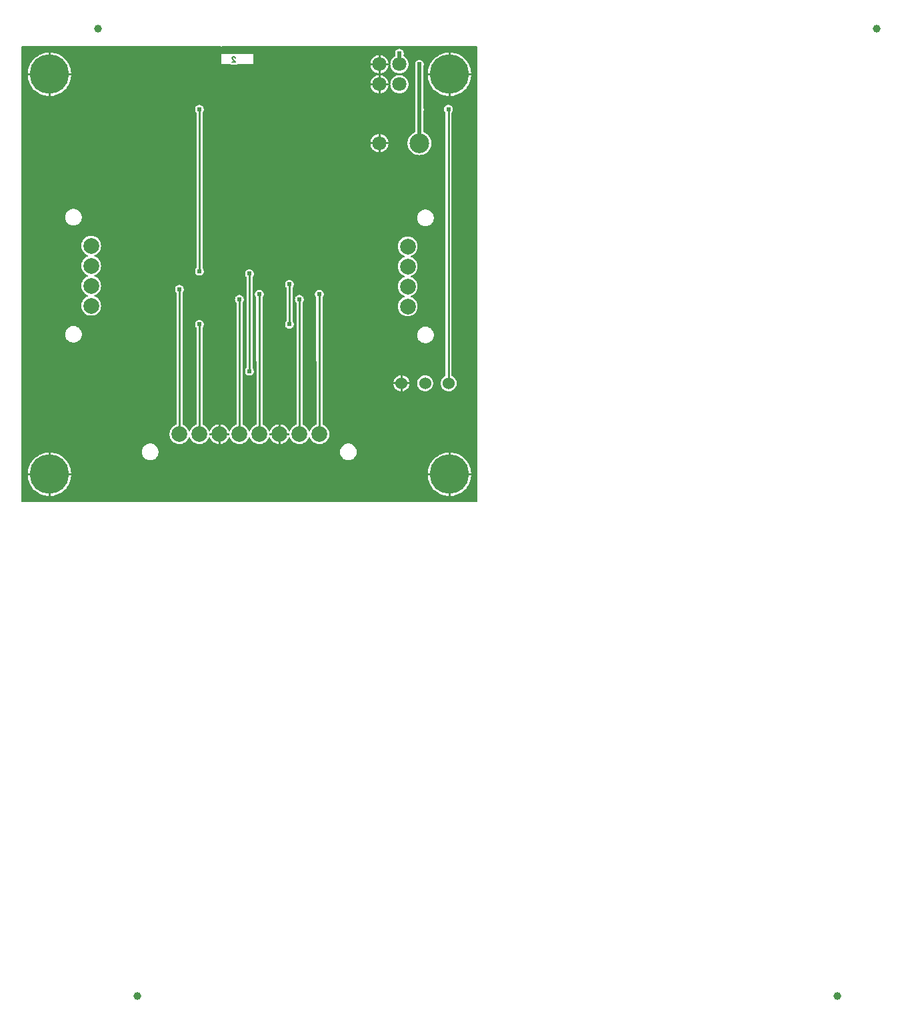
<source format=gbl>
G04 Layer: BottomLayer*
G04 Panelize: V-CUT, Column: 2, Row: 2, Board Size: 58.42mm x 58.42mm, Panelized Board Size: 118.84mm x 118.84mm*
G04 EasyEDA v6.5.34, 2023-09-29 09:21:01*
G04 773f863c4d044161bb83cbac7a5785c2,5a6b42c53f6a479593ecc07194224c93,10*
G04 Gerber Generator version 0.2*
G04 Scale: 100 percent, Rotated: No, Reflected: No *
G04 Dimensions in millimeters *
G04 leading zeros omitted , absolute positions ,4 integer and 5 decimal *
%FSLAX45Y45*%
%MOMM*%

%ADD10C,0.1524*%
%ADD11C,0.2540*%
%ADD12C,0.5000*%
%ADD13C,1.0000*%
%ADD14C,5.0000*%
%ADD15C,1.8000*%
%ADD16C,2.0000*%
%ADD17C,2.5000*%
%ADD18C,1.5240*%
%ADD19C,0.6096*%
%ADD20C,0.0139*%

%LPD*%
G36*
X5805932Y25908D02*
G01*
X36068Y26416D01*
X32156Y27178D01*
X28905Y29413D01*
X26670Y32664D01*
X25908Y36576D01*
X25908Y5805932D01*
X26670Y5809843D01*
X28905Y5813094D01*
X32156Y5815330D01*
X36068Y5816092D01*
X2555240Y5816092D01*
X2559151Y5815330D01*
X2562402Y5813094D01*
X2564638Y5809843D01*
X2565400Y5805932D01*
X2566162Y5809843D01*
X2568397Y5813094D01*
X2571648Y5815330D01*
X2575560Y5816092D01*
X5805932Y5816092D01*
X5809843Y5815330D01*
X5813094Y5813094D01*
X5815330Y5809843D01*
X5816092Y5805932D01*
X5816092Y36068D01*
X5815330Y32207D01*
X5813094Y28905D01*
X5809843Y26670D01*
G37*

%LPC*%
G36*
X2921000Y1632762D02*
G01*
X2930804Y1633626D01*
X2940253Y1636166D01*
X2949194Y1640281D01*
X2957220Y1645920D01*
X2964180Y1652879D01*
X2969818Y1660906D01*
X2973933Y1669846D01*
X2976473Y1679295D01*
X2977337Y1689100D01*
X2976473Y1698904D01*
X2973933Y1708353D01*
X2969818Y1717293D01*
X2964180Y1725320D01*
X2962605Y1726895D01*
X2960370Y1730197D01*
X2959608Y1734108D01*
X2959608Y2883103D01*
X2960370Y2887014D01*
X2962605Y2890316D01*
X2964180Y2891891D01*
X2969818Y2899918D01*
X2973933Y2908808D01*
X2976473Y2918307D01*
X2977337Y2928112D01*
X2976473Y2937865D01*
X2973933Y2947365D01*
X2969818Y2956255D01*
X2964180Y2964332D01*
X2957220Y2971241D01*
X2949194Y2976880D01*
X2940253Y2981045D01*
X2930804Y2983585D01*
X2921000Y2984449D01*
X2911195Y2983585D01*
X2901746Y2981045D01*
X2892806Y2976880D01*
X2884779Y2971241D01*
X2877820Y2964332D01*
X2872181Y2956255D01*
X2868066Y2947365D01*
X2865526Y2937865D01*
X2864662Y2928112D01*
X2865526Y2918307D01*
X2868066Y2908808D01*
X2872181Y2899918D01*
X2877820Y2891891D01*
X2879394Y2890316D01*
X2881630Y2887014D01*
X2882392Y2883103D01*
X2882392Y1734108D01*
X2881630Y1730197D01*
X2879394Y1726895D01*
X2877820Y1725320D01*
X2872181Y1717293D01*
X2868066Y1708353D01*
X2865526Y1698904D01*
X2864662Y1689100D01*
X2865526Y1679295D01*
X2868066Y1669846D01*
X2872181Y1660906D01*
X2877820Y1652879D01*
X2884779Y1645920D01*
X2892806Y1640281D01*
X2901746Y1636166D01*
X2911195Y1633626D01*
G37*
G36*
X393700Y105562D02*
G01*
X398322Y105664D01*
X421284Y108051D01*
X443992Y112369D01*
X466242Y118618D01*
X487934Y126644D01*
X508812Y136499D01*
X528828Y148031D01*
X547827Y161239D01*
X565607Y175971D01*
X582117Y192125D01*
X597204Y209600D01*
X610819Y228295D01*
X622757Y248107D01*
X633018Y268782D01*
X641553Y290271D01*
X648208Y312369D01*
X653034Y334975D01*
X655929Y357936D01*
X656336Y368300D01*
X393700Y368300D01*
G37*
G36*
X5448300Y105613D02*
G01*
X5448300Y368300D01*
X5185410Y368300D01*
X5187289Y346405D01*
X5191150Y323646D01*
X5196890Y301244D01*
X5204460Y279450D01*
X5213858Y258317D01*
X5224983Y238099D01*
X5237784Y218846D01*
X5252161Y200710D01*
X5267960Y183896D01*
X5285130Y168402D01*
X5303520Y154432D01*
X5323027Y142087D01*
X5343499Y131368D01*
X5364835Y122428D01*
X5386781Y115265D01*
X5409285Y109982D01*
X5432145Y106629D01*
G37*
G36*
X368300Y105613D02*
G01*
X368300Y368300D01*
X105410Y368300D01*
X107289Y346405D01*
X111150Y323646D01*
X116890Y301244D01*
X124460Y279450D01*
X133858Y258317D01*
X144983Y238099D01*
X157784Y218846D01*
X172161Y200710D01*
X187960Y183896D01*
X205130Y168402D01*
X223520Y154432D01*
X243027Y142087D01*
X263499Y131368D01*
X284835Y122428D01*
X306781Y115265D01*
X329285Y109982D01*
X352145Y106629D01*
G37*
G36*
X393700Y393700D02*
G01*
X656336Y393700D01*
X655929Y404063D01*
X653034Y427024D01*
X648208Y449630D01*
X641553Y471728D01*
X633018Y493217D01*
X622757Y513892D01*
X610819Y533704D01*
X597204Y552348D01*
X582117Y569874D01*
X565607Y586028D01*
X547827Y600760D01*
X528828Y613968D01*
X508812Y625500D01*
X487934Y635355D01*
X466242Y643382D01*
X443992Y649630D01*
X421284Y653948D01*
X398322Y656336D01*
X393700Y656437D01*
G37*
G36*
X5473700Y393700D02*
G01*
X5736336Y393700D01*
X5735929Y404063D01*
X5733034Y427024D01*
X5728208Y449630D01*
X5721553Y471728D01*
X5713018Y493217D01*
X5702757Y513892D01*
X5690819Y533704D01*
X5677204Y552348D01*
X5662117Y569874D01*
X5645607Y586028D01*
X5627827Y600760D01*
X5608828Y613968D01*
X5588812Y625500D01*
X5567934Y635355D01*
X5546242Y643382D01*
X5523992Y649630D01*
X5501284Y653948D01*
X5478322Y656336D01*
X5473700Y656437D01*
G37*
G36*
X5185410Y393700D02*
G01*
X5448300Y393700D01*
X5448300Y656386D01*
X5432145Y655370D01*
X5409285Y652018D01*
X5386781Y646734D01*
X5364835Y639572D01*
X5343499Y630631D01*
X5323027Y619912D01*
X5303520Y607568D01*
X5285130Y593598D01*
X5267960Y578104D01*
X5252161Y561289D01*
X5237784Y543153D01*
X5224983Y523900D01*
X5213858Y503682D01*
X5204460Y482549D01*
X5196890Y460756D01*
X5191150Y438353D01*
X5187289Y415594D01*
G37*
G36*
X105410Y393700D02*
G01*
X368300Y393700D01*
X368300Y656386D01*
X352145Y655370D01*
X329285Y652018D01*
X306781Y646734D01*
X284835Y639572D01*
X263499Y630631D01*
X243027Y619912D01*
X223520Y607568D01*
X205130Y593598D01*
X187960Y578104D01*
X172161Y561289D01*
X157784Y543153D01*
X144983Y523900D01*
X133858Y503682D01*
X124460Y482549D01*
X116890Y460756D01*
X111150Y438353D01*
X107289Y415594D01*
G37*
G36*
X1660398Y558139D02*
G01*
X1674215Y559003D01*
X1687779Y561746D01*
X1700936Y566166D01*
X1713331Y572312D01*
X1724863Y579983D01*
X1735277Y589127D01*
X1744421Y599541D01*
X1752092Y611073D01*
X1758238Y623468D01*
X1762658Y636625D01*
X1765401Y650189D01*
X1766265Y664006D01*
X1765401Y677824D01*
X1762658Y691388D01*
X1758238Y704545D01*
X1752092Y716940D01*
X1744421Y728472D01*
X1735277Y738886D01*
X1724863Y748030D01*
X1713331Y755700D01*
X1700936Y761847D01*
X1687779Y766267D01*
X1674215Y769010D01*
X1660398Y769874D01*
X1646580Y769010D01*
X1633016Y766267D01*
X1619859Y761847D01*
X1607464Y755700D01*
X1595932Y748030D01*
X1585518Y738886D01*
X1576374Y728472D01*
X1568704Y716940D01*
X1562557Y704545D01*
X1558137Y691388D01*
X1555394Y677824D01*
X1554530Y664006D01*
X1555394Y650189D01*
X1558137Y636625D01*
X1562557Y623468D01*
X1568704Y611073D01*
X1576374Y599541D01*
X1585518Y589127D01*
X1595932Y579983D01*
X1607464Y572312D01*
X1619859Y566166D01*
X1633016Y561746D01*
X1646580Y559003D01*
G37*
G36*
X4176420Y558139D02*
G01*
X4190237Y559003D01*
X4203801Y561746D01*
X4216908Y566166D01*
X4229354Y572312D01*
X4240834Y579983D01*
X4251248Y589127D01*
X4260392Y599541D01*
X4268114Y611073D01*
X4274210Y623468D01*
X4278680Y636625D01*
X4281373Y650189D01*
X4282287Y664006D01*
X4281373Y677824D01*
X4278680Y691388D01*
X4274210Y704545D01*
X4268114Y716940D01*
X4260392Y728472D01*
X4251248Y738886D01*
X4240834Y748030D01*
X4229354Y755700D01*
X4216908Y761847D01*
X4203801Y766267D01*
X4190237Y769010D01*
X4176420Y769874D01*
X4162551Y769010D01*
X4148988Y766267D01*
X4135882Y761847D01*
X4123436Y755700D01*
X4111955Y748030D01*
X4101541Y738886D01*
X4092397Y728472D01*
X4084675Y716940D01*
X4078579Y704545D01*
X4074109Y691388D01*
X4071416Y677824D01*
X4070502Y664006D01*
X4071416Y650189D01*
X4074109Y636625D01*
X4078579Y623468D01*
X4084675Y611073D01*
X4092397Y599541D01*
X4101541Y589127D01*
X4111955Y579983D01*
X4123436Y572312D01*
X4135882Y566166D01*
X4148988Y561746D01*
X4162551Y559003D01*
G37*
G36*
X3556000Y763117D02*
G01*
X3571189Y764032D01*
X3586124Y766775D01*
X3600653Y771296D01*
X3614521Y777544D01*
X3627526Y785418D01*
X3639464Y794766D01*
X3650234Y805535D01*
X3659581Y817473D01*
X3667455Y830478D01*
X3673754Y844397D01*
X3675938Y847598D01*
X3679190Y849680D01*
X3683000Y850392D01*
X3686810Y849680D01*
X3690061Y847598D01*
X3692245Y844397D01*
X3698544Y830478D01*
X3706418Y817473D01*
X3715765Y805535D01*
X3726535Y794766D01*
X3738473Y785418D01*
X3751478Y777544D01*
X3765346Y771296D01*
X3779875Y766775D01*
X3794810Y764032D01*
X3810000Y763117D01*
X3825189Y764032D01*
X3840124Y766775D01*
X3854653Y771296D01*
X3868521Y777544D01*
X3881526Y785418D01*
X3893464Y794766D01*
X3904234Y805535D01*
X3913581Y817473D01*
X3921455Y830478D01*
X3927703Y844346D01*
X3932224Y858875D01*
X3934968Y873810D01*
X3935882Y889000D01*
X3934968Y904189D01*
X3932224Y919124D01*
X3927703Y933653D01*
X3921455Y947521D01*
X3913581Y960526D01*
X3904234Y972464D01*
X3893464Y983234D01*
X3881526Y992581D01*
X3868521Y1000455D01*
X3854500Y1006754D01*
X3851351Y1008989D01*
X3849268Y1012240D01*
X3848506Y1016000D01*
X3847541Y2623159D01*
X3848303Y2627020D01*
X3850487Y2630322D01*
X3852062Y2631897D01*
X3857701Y2639923D01*
X3861866Y2648813D01*
X3864406Y2658313D01*
X3865219Y2668117D01*
X3864406Y2677871D01*
X3861866Y2687370D01*
X3857701Y2696260D01*
X3852062Y2704338D01*
X3845102Y2711297D01*
X3837076Y2716885D01*
X3828186Y2721051D01*
X3818686Y2723591D01*
X3808882Y2724454D01*
X3799128Y2723591D01*
X3789629Y2721051D01*
X3780739Y2716885D01*
X3772662Y2711297D01*
X3765753Y2704338D01*
X3760114Y2696260D01*
X3755948Y2687370D01*
X3753408Y2677871D01*
X3752545Y2668117D01*
X3753408Y2658313D01*
X3755948Y2648813D01*
X3760114Y2639923D01*
X3765753Y2631897D01*
X3767328Y2630271D01*
X3769563Y2626969D01*
X3770325Y2623108D01*
X3771290Y1015949D01*
X3770579Y1012190D01*
X3768496Y1008938D01*
X3765346Y1006703D01*
X3751478Y1000455D01*
X3738473Y992581D01*
X3726535Y983234D01*
X3715765Y972464D01*
X3706418Y960526D01*
X3698544Y947521D01*
X3692245Y933602D01*
X3690061Y930402D01*
X3686810Y928319D01*
X3683000Y927608D01*
X3679190Y928319D01*
X3675938Y930402D01*
X3673754Y933602D01*
X3667455Y947521D01*
X3659581Y960526D01*
X3650234Y972464D01*
X3639464Y983234D01*
X3627526Y992581D01*
X3614521Y1000455D01*
X3600551Y1006754D01*
X3597401Y1008989D01*
X3595319Y1012190D01*
X3594557Y1016000D01*
X3594201Y2558135D01*
X3595014Y2561996D01*
X3597198Y2565298D01*
X3598773Y2566873D01*
X3604412Y2574950D01*
X3608578Y2583840D01*
X3611118Y2593340D01*
X3611930Y2603093D01*
X3611118Y2612898D01*
X3608578Y2622397D01*
X3604412Y2631287D01*
X3598773Y2639314D01*
X3591814Y2646273D01*
X3583787Y2651912D01*
X3574897Y2656078D01*
X3565398Y2658618D01*
X3555593Y2659481D01*
X3545840Y2658618D01*
X3536340Y2656078D01*
X3527450Y2651912D01*
X3519373Y2646273D01*
X3512413Y2639314D01*
X3506825Y2631287D01*
X3502660Y2622397D01*
X3500120Y2612898D01*
X3499256Y2603093D01*
X3500120Y2593340D01*
X3502660Y2583840D01*
X3506825Y2574950D01*
X3512413Y2566873D01*
X3514039Y2565298D01*
X3516223Y2561996D01*
X3516985Y2558135D01*
X3517341Y1016000D01*
X3516629Y1012190D01*
X3514547Y1008938D01*
X3511397Y1006703D01*
X3497478Y1000455D01*
X3484473Y992581D01*
X3472535Y983234D01*
X3461765Y972464D01*
X3452418Y960526D01*
X3444544Y947521D01*
X3438245Y933602D01*
X3436061Y930402D01*
X3432810Y928319D01*
X3429000Y927608D01*
X3425190Y928319D01*
X3421938Y930402D01*
X3419754Y933602D01*
X3413455Y947521D01*
X3405581Y960526D01*
X3396234Y972464D01*
X3385464Y983234D01*
X3373526Y992581D01*
X3360521Y1000455D01*
X3346653Y1006703D01*
X3332124Y1011224D01*
X3317189Y1013968D01*
X3314700Y1014120D01*
X3314700Y901700D01*
X3420110Y901700D01*
X3423970Y900937D01*
X3427272Y898702D01*
X3429457Y895451D01*
X3430270Y891540D01*
X3430270Y886460D01*
X3429457Y882548D01*
X3427272Y879297D01*
X3423970Y877062D01*
X3420110Y876300D01*
X3314700Y876300D01*
X3314700Y763879D01*
X3317189Y764032D01*
X3332124Y766775D01*
X3346653Y771296D01*
X3360521Y777544D01*
X3373526Y785418D01*
X3385464Y794766D01*
X3396234Y805535D01*
X3405581Y817473D01*
X3413455Y830478D01*
X3419754Y844397D01*
X3421938Y847598D01*
X3425190Y849680D01*
X3429000Y850392D01*
X3432810Y849680D01*
X3436061Y847598D01*
X3438245Y844397D01*
X3444544Y830478D01*
X3452418Y817473D01*
X3461765Y805535D01*
X3472535Y794766D01*
X3484473Y785418D01*
X3497478Y777544D01*
X3511346Y771296D01*
X3525875Y766775D01*
X3540810Y764032D01*
G37*
G36*
X4584700Y5600700D02*
G01*
X4687112Y5600700D01*
X4686960Y5602528D01*
X4684268Y5616803D01*
X4679746Y5630672D01*
X4673549Y5643829D01*
X4665776Y5656122D01*
X4656480Y5667349D01*
X4645863Y5677306D01*
X4634077Y5685840D01*
X4621326Y5692851D01*
X4607814Y5698236D01*
X4593691Y5701842D01*
X4584700Y5702960D01*
G37*
G36*
X2032000Y763117D02*
G01*
X2047189Y764032D01*
X2062124Y766775D01*
X2076653Y771296D01*
X2090521Y777544D01*
X2103526Y785418D01*
X2115464Y794766D01*
X2126234Y805535D01*
X2135581Y817473D01*
X2143455Y830478D01*
X2149754Y844397D01*
X2151938Y847598D01*
X2155190Y849680D01*
X2159000Y850392D01*
X2162810Y849680D01*
X2166061Y847598D01*
X2168245Y844397D01*
X2174544Y830478D01*
X2182418Y817473D01*
X2191766Y805535D01*
X2202535Y794766D01*
X2214473Y785418D01*
X2227478Y777544D01*
X2241346Y771296D01*
X2255875Y766775D01*
X2270810Y764032D01*
X2286000Y763117D01*
X2301189Y764032D01*
X2316124Y766775D01*
X2330653Y771296D01*
X2344521Y777544D01*
X2357526Y785418D01*
X2369464Y794766D01*
X2380234Y805535D01*
X2389581Y817473D01*
X2397455Y830478D01*
X2403754Y844397D01*
X2405938Y847598D01*
X2409190Y849680D01*
X2413000Y850392D01*
X2416810Y849680D01*
X2420061Y847598D01*
X2422245Y844397D01*
X2428544Y830478D01*
X2436418Y817473D01*
X2445766Y805535D01*
X2456535Y794766D01*
X2468473Y785418D01*
X2481478Y777544D01*
X2495346Y771296D01*
X2509875Y766775D01*
X2524810Y764032D01*
X2527300Y763879D01*
X2527300Y876300D01*
X2421890Y876300D01*
X2418029Y877062D01*
X2414727Y879297D01*
X2412542Y882548D01*
X2411730Y886460D01*
X2411730Y891540D01*
X2412542Y895451D01*
X2414727Y898702D01*
X2418029Y900937D01*
X2421890Y901700D01*
X2527300Y901700D01*
X2527300Y1014120D01*
X2524810Y1013968D01*
X2509875Y1011224D01*
X2495346Y1006703D01*
X2481478Y1000455D01*
X2468473Y992581D01*
X2456535Y983234D01*
X2445766Y972464D01*
X2436418Y960526D01*
X2428544Y947521D01*
X2422245Y933602D01*
X2420061Y930402D01*
X2416810Y928319D01*
X2413000Y927608D01*
X2409190Y928319D01*
X2405938Y930402D01*
X2403754Y933602D01*
X2397455Y947521D01*
X2389581Y960526D01*
X2380234Y972464D01*
X2369464Y983234D01*
X2357526Y992581D01*
X2344521Y1000455D01*
X2330602Y1006703D01*
X2327452Y1008938D01*
X2325319Y1012190D01*
X2324608Y1016000D01*
X2324608Y2240991D01*
X2325370Y2244902D01*
X2327605Y2248204D01*
X2329180Y2249779D01*
X2334818Y2257806D01*
X2338933Y2266746D01*
X2341473Y2276195D01*
X2342337Y2286000D01*
X2341473Y2295804D01*
X2338933Y2305253D01*
X2334818Y2314194D01*
X2329180Y2322220D01*
X2322220Y2329180D01*
X2314194Y2334818D01*
X2305253Y2338933D01*
X2295804Y2341473D01*
X2286000Y2342337D01*
X2276195Y2341473D01*
X2266746Y2338933D01*
X2257806Y2334818D01*
X2249779Y2329180D01*
X2242820Y2322220D01*
X2237181Y2314194D01*
X2233066Y2305253D01*
X2230526Y2295804D01*
X2229662Y2286000D01*
X2230526Y2276195D01*
X2233066Y2266746D01*
X2237181Y2257806D01*
X2242820Y2249779D01*
X2244394Y2248204D01*
X2246630Y2244902D01*
X2247392Y2240991D01*
X2247392Y1016000D01*
X2246680Y1012190D01*
X2244547Y1008938D01*
X2241397Y1006703D01*
X2227478Y1000455D01*
X2214473Y992581D01*
X2202535Y983234D01*
X2191766Y972464D01*
X2182418Y960526D01*
X2174544Y947521D01*
X2168245Y933602D01*
X2166061Y930402D01*
X2162810Y928319D01*
X2159000Y927608D01*
X2155190Y928319D01*
X2151938Y930402D01*
X2149754Y933602D01*
X2143455Y947521D01*
X2135581Y960526D01*
X2126234Y972464D01*
X2115464Y983234D01*
X2103526Y992581D01*
X2090521Y1000455D01*
X2076602Y1006703D01*
X2073452Y1008938D01*
X2071319Y1012190D01*
X2070607Y1016000D01*
X2070607Y2685491D01*
X2071370Y2689402D01*
X2073605Y2692704D01*
X2075180Y2694279D01*
X2080818Y2702306D01*
X2084933Y2711246D01*
X2087473Y2720695D01*
X2088337Y2730500D01*
X2087473Y2740304D01*
X2084933Y2749753D01*
X2080818Y2758694D01*
X2075180Y2766720D01*
X2068220Y2773680D01*
X2060193Y2779318D01*
X2051253Y2783433D01*
X2041804Y2785973D01*
X2032000Y2786837D01*
X2022195Y2785973D01*
X2012746Y2783433D01*
X2003806Y2779318D01*
X1995779Y2773680D01*
X1988820Y2766720D01*
X1983181Y2758694D01*
X1979066Y2749753D01*
X1976526Y2740304D01*
X1975662Y2730500D01*
X1976526Y2720695D01*
X1979066Y2711246D01*
X1983181Y2702306D01*
X1988820Y2694279D01*
X1990394Y2692704D01*
X1992630Y2689402D01*
X1993392Y2685491D01*
X1993392Y1016000D01*
X1992680Y1012190D01*
X1990547Y1008938D01*
X1987397Y1006703D01*
X1973478Y1000455D01*
X1960473Y992581D01*
X1948535Y983234D01*
X1937766Y972464D01*
X1928418Y960526D01*
X1920544Y947521D01*
X1914296Y933653D01*
X1909775Y919124D01*
X1907032Y904189D01*
X1906117Y889000D01*
X1907032Y873810D01*
X1909775Y858875D01*
X1914296Y844346D01*
X1920544Y830478D01*
X1928418Y817473D01*
X1937766Y805535D01*
X1948535Y794766D01*
X1960473Y785418D01*
X1973478Y777544D01*
X1987346Y771296D01*
X2001875Y766775D01*
X2016810Y764032D01*
G37*
G36*
X4456887Y5600700D02*
G01*
X4559300Y5600700D01*
X4559300Y5702960D01*
X4550308Y5701842D01*
X4536186Y5698236D01*
X4522673Y5692851D01*
X4509922Y5685840D01*
X4498136Y5677306D01*
X4487519Y5667349D01*
X4478223Y5656122D01*
X4470450Y5643829D01*
X4464253Y5630672D01*
X4459732Y5616803D01*
X4457039Y5602528D01*
G37*
G36*
X2794000Y763117D02*
G01*
X2809189Y764032D01*
X2824124Y766775D01*
X2838653Y771296D01*
X2852521Y777544D01*
X2865526Y785418D01*
X2877464Y794766D01*
X2888234Y805535D01*
X2897581Y817473D01*
X2905455Y830478D01*
X2911754Y844397D01*
X2913938Y847598D01*
X2917190Y849680D01*
X2921000Y850392D01*
X2924810Y849680D01*
X2928061Y847598D01*
X2930245Y844397D01*
X2936544Y830478D01*
X2944418Y817473D01*
X2953766Y805535D01*
X2964535Y794766D01*
X2976473Y785418D01*
X2989478Y777544D01*
X3003346Y771296D01*
X3017875Y766775D01*
X3032810Y764032D01*
X3048000Y763117D01*
X3063189Y764032D01*
X3078124Y766775D01*
X3092653Y771296D01*
X3106521Y777544D01*
X3119526Y785418D01*
X3131464Y794766D01*
X3142234Y805535D01*
X3151581Y817473D01*
X3159455Y830478D01*
X3165754Y844397D01*
X3167938Y847598D01*
X3171190Y849680D01*
X3175000Y850392D01*
X3178810Y849680D01*
X3182061Y847598D01*
X3184245Y844397D01*
X3190544Y830478D01*
X3198418Y817473D01*
X3207766Y805535D01*
X3218535Y794766D01*
X3230473Y785418D01*
X3243478Y777544D01*
X3257346Y771296D01*
X3271875Y766775D01*
X3286810Y764032D01*
X3289300Y763879D01*
X3289300Y876300D01*
X3183890Y876300D01*
X3180029Y877062D01*
X3176727Y879297D01*
X3174542Y882548D01*
X3173730Y886460D01*
X3173730Y891540D01*
X3174542Y895451D01*
X3176727Y898702D01*
X3180029Y900937D01*
X3183890Y901700D01*
X3289300Y901700D01*
X3289300Y1014120D01*
X3286810Y1013968D01*
X3271875Y1011224D01*
X3257346Y1006703D01*
X3243478Y1000455D01*
X3230473Y992581D01*
X3218535Y983234D01*
X3207766Y972464D01*
X3198418Y960526D01*
X3190544Y947521D01*
X3184245Y933602D01*
X3182061Y930402D01*
X3178810Y928319D01*
X3175000Y927608D01*
X3171190Y928319D01*
X3167938Y930402D01*
X3165754Y933602D01*
X3159455Y947521D01*
X3151581Y960526D01*
X3142234Y972464D01*
X3131464Y983234D01*
X3119526Y992581D01*
X3106521Y1000455D01*
X3092500Y1006754D01*
X3089351Y1008989D01*
X3087268Y1012240D01*
X3086506Y1016000D01*
X3085541Y2623159D01*
X3086303Y2627020D01*
X3088487Y2630322D01*
X3090062Y2631897D01*
X3095701Y2639923D01*
X3099866Y2648813D01*
X3102406Y2658313D01*
X3103219Y2668117D01*
X3102406Y2677871D01*
X3099866Y2687370D01*
X3095701Y2696260D01*
X3090062Y2704338D01*
X3083102Y2711297D01*
X3075076Y2716885D01*
X3066186Y2721051D01*
X3056686Y2723591D01*
X3046882Y2724454D01*
X3037128Y2723591D01*
X3027629Y2721051D01*
X3018739Y2716885D01*
X3010662Y2711297D01*
X3003753Y2704338D01*
X2998114Y2696260D01*
X2993948Y2687370D01*
X2991408Y2677871D01*
X2990545Y2668117D01*
X2991408Y2658313D01*
X2993948Y2648813D01*
X2998114Y2639923D01*
X3003753Y2631897D01*
X3005328Y2630271D01*
X3007563Y2626969D01*
X3008325Y2623108D01*
X3009290Y1015949D01*
X3008579Y1012190D01*
X3006496Y1008938D01*
X3003346Y1006703D01*
X2989478Y1000455D01*
X2976473Y992581D01*
X2964535Y983234D01*
X2953766Y972464D01*
X2944418Y960526D01*
X2936544Y947521D01*
X2930245Y933602D01*
X2928061Y930402D01*
X2924810Y928319D01*
X2921000Y927608D01*
X2917190Y928319D01*
X2913938Y930402D01*
X2911754Y933602D01*
X2905455Y947521D01*
X2897581Y960526D01*
X2888234Y972464D01*
X2877464Y983234D01*
X2865526Y992581D01*
X2852521Y1000455D01*
X2838551Y1006754D01*
X2835402Y1008989D01*
X2833319Y1012190D01*
X2832557Y1016000D01*
X2832201Y2558135D01*
X2833014Y2561996D01*
X2835198Y2565298D01*
X2836773Y2566873D01*
X2842412Y2574950D01*
X2846578Y2583840D01*
X2849118Y2593340D01*
X2849930Y2603093D01*
X2849118Y2612898D01*
X2846578Y2622397D01*
X2842412Y2631287D01*
X2836773Y2639314D01*
X2829814Y2646273D01*
X2821787Y2651912D01*
X2812897Y2656078D01*
X2803398Y2658618D01*
X2793593Y2659481D01*
X2783840Y2658618D01*
X2774340Y2656078D01*
X2765450Y2651912D01*
X2757373Y2646273D01*
X2750413Y2639314D01*
X2744825Y2631287D01*
X2740660Y2622397D01*
X2738120Y2612898D01*
X2737256Y2603093D01*
X2738120Y2593340D01*
X2740660Y2583840D01*
X2744825Y2574950D01*
X2750413Y2566873D01*
X2752039Y2565298D01*
X2754223Y2561996D01*
X2754985Y2558135D01*
X2755341Y1016000D01*
X2754630Y1012190D01*
X2752547Y1008938D01*
X2749397Y1006703D01*
X2735478Y1000455D01*
X2722473Y992581D01*
X2710535Y983234D01*
X2699766Y972464D01*
X2690418Y960526D01*
X2682544Y947521D01*
X2676245Y933602D01*
X2674061Y930402D01*
X2670810Y928319D01*
X2667000Y927608D01*
X2663190Y928319D01*
X2659938Y930402D01*
X2657754Y933602D01*
X2651455Y947521D01*
X2643581Y960526D01*
X2634234Y972464D01*
X2623464Y983234D01*
X2611526Y992581D01*
X2598521Y1000455D01*
X2584653Y1006703D01*
X2570124Y1011224D01*
X2555189Y1013968D01*
X2552700Y1014120D01*
X2552700Y901700D01*
X2658110Y901700D01*
X2661970Y900937D01*
X2665272Y898702D01*
X2667457Y895451D01*
X2668270Y891540D01*
X2668270Y886460D01*
X2667457Y882548D01*
X2665272Y879297D01*
X2661970Y877062D01*
X2658110Y876300D01*
X2552700Y876300D01*
X2552700Y763879D01*
X2555189Y764032D01*
X2570124Y766775D01*
X2584653Y771296D01*
X2598521Y777544D01*
X2611526Y785418D01*
X2623464Y794766D01*
X2634234Y805535D01*
X2643581Y817473D01*
X2651455Y830478D01*
X2657754Y844397D01*
X2659938Y847598D01*
X2663190Y849680D01*
X2667000Y850392D01*
X2670810Y849680D01*
X2674061Y847598D01*
X2676245Y844397D01*
X2682544Y830478D01*
X2690418Y817473D01*
X2699766Y805535D01*
X2710535Y794766D01*
X2722473Y785418D01*
X2735478Y777544D01*
X2749346Y771296D01*
X2763875Y766775D01*
X2778810Y764032D01*
G37*
G36*
X2691688Y5583682D02*
G01*
X2750261Y5583682D01*
X2756560Y5584393D01*
X2764840Y5587593D01*
X2767634Y5588000D01*
X2970784Y5588000D01*
X2971800Y5589016D01*
X2971800Y5713984D01*
X2970784Y5715000D01*
X2763520Y5715000D01*
X2760167Y5715558D01*
X2756560Y5716828D01*
X2750261Y5717540D01*
X2691688Y5717540D01*
X2685389Y5716828D01*
X2681782Y5715558D01*
X2678430Y5715000D01*
X2575560Y5715000D01*
X2571648Y5715762D01*
X2568397Y5717997D01*
X2566162Y5721248D01*
X2565400Y5725160D01*
X2565400Y5589016D01*
X2566416Y5588000D01*
X2674315Y5588000D01*
X2677109Y5587593D01*
X2679903Y5586323D01*
X2685389Y5584393D01*
G37*
G36*
X105410Y5473700D02*
G01*
X368300Y5473700D01*
X368300Y5736386D01*
X352145Y5735370D01*
X329285Y5732018D01*
X306781Y5726734D01*
X284835Y5719572D01*
X263499Y5710631D01*
X243027Y5699912D01*
X223520Y5687568D01*
X205130Y5673598D01*
X187960Y5658104D01*
X172161Y5641289D01*
X157784Y5623153D01*
X144983Y5603900D01*
X133858Y5583682D01*
X124460Y5562549D01*
X116890Y5540756D01*
X111150Y5518353D01*
X107289Y5495594D01*
G37*
G36*
X5185410Y5473700D02*
G01*
X5448300Y5473700D01*
X5448300Y5736386D01*
X5432145Y5735370D01*
X5409285Y5732018D01*
X5386781Y5726734D01*
X5364835Y5719572D01*
X5343499Y5710631D01*
X5323027Y5699912D01*
X5303520Y5687568D01*
X5285130Y5673598D01*
X5267960Y5658104D01*
X5252161Y5641289D01*
X5237784Y5623153D01*
X5224983Y5603900D01*
X5213858Y5583682D01*
X5204460Y5562549D01*
X5196890Y5540756D01*
X5191150Y5518353D01*
X5187289Y5495594D01*
G37*
G36*
X393700Y5473700D02*
G01*
X656336Y5473700D01*
X655929Y5484063D01*
X653034Y5507024D01*
X648208Y5529630D01*
X641553Y5551728D01*
X633018Y5573217D01*
X622757Y5593892D01*
X610819Y5613704D01*
X597204Y5632348D01*
X582117Y5649874D01*
X565607Y5666028D01*
X547827Y5680760D01*
X528828Y5693968D01*
X508812Y5705500D01*
X487934Y5715355D01*
X466242Y5723382D01*
X443992Y5729630D01*
X421284Y5733948D01*
X398322Y5736336D01*
X393700Y5736437D01*
G37*
G36*
X5473700Y5473700D02*
G01*
X5736336Y5473700D01*
X5735929Y5484063D01*
X5733034Y5507024D01*
X5728208Y5529630D01*
X5721553Y5551728D01*
X5713018Y5573217D01*
X5702757Y5593892D01*
X5690819Y5613704D01*
X5677204Y5632348D01*
X5662117Y5649874D01*
X5645607Y5666028D01*
X5627827Y5680760D01*
X5608828Y5693968D01*
X5588812Y5705500D01*
X5567934Y5715355D01*
X5546242Y5723382D01*
X5523992Y5729630D01*
X5501284Y5733948D01*
X5478322Y5736336D01*
X5473700Y5736437D01*
G37*
G36*
X4559300Y5473039D02*
G01*
X4559300Y5575300D01*
X4456887Y5575300D01*
X4457039Y5573471D01*
X4459732Y5559196D01*
X4464253Y5545328D01*
X4470450Y5532170D01*
X4478223Y5519877D01*
X4487519Y5508650D01*
X4498136Y5498693D01*
X4509922Y5490159D01*
X4522673Y5483148D01*
X4536186Y5477764D01*
X4550308Y5474157D01*
G37*
G36*
X4584700Y5473039D02*
G01*
X4593691Y5474157D01*
X4607814Y5477764D01*
X4621326Y5483148D01*
X4634077Y5490159D01*
X4645863Y5498693D01*
X4656480Y5508650D01*
X4665776Y5519877D01*
X4673549Y5532170D01*
X4679746Y5545328D01*
X4684268Y5559196D01*
X4686960Y5573471D01*
X4687112Y5575300D01*
X4584700Y5575300D01*
G37*
G36*
X4818735Y5472328D02*
G01*
X4833264Y5472328D01*
X4847691Y5474157D01*
X4861814Y5477764D01*
X4875326Y5483148D01*
X4888077Y5490159D01*
X4899863Y5498693D01*
X4910480Y5508650D01*
X4919776Y5519877D01*
X4927549Y5532170D01*
X4933746Y5545328D01*
X4938268Y5559196D01*
X4940960Y5573471D01*
X4941874Y5588000D01*
X4940960Y5602528D01*
X4938268Y5616803D01*
X4933746Y5630672D01*
X4927549Y5643829D01*
X4919776Y5656122D01*
X4910480Y5667349D01*
X4899863Y5677306D01*
X4888077Y5685840D01*
X4882184Y5689092D01*
X4879390Y5691378D01*
X4877562Y5694476D01*
X4876901Y5697982D01*
X4876901Y5701792D01*
X4877866Y5706110D01*
X4878933Y5708446D01*
X4881473Y5717895D01*
X4882337Y5727700D01*
X4881473Y5737504D01*
X4878933Y5746953D01*
X4874818Y5755894D01*
X4869180Y5763920D01*
X4862220Y5770880D01*
X4854194Y5776518D01*
X4845253Y5780633D01*
X4835804Y5783173D01*
X4826000Y5784037D01*
X4816195Y5783173D01*
X4806746Y5780633D01*
X4797806Y5776518D01*
X4789779Y5770880D01*
X4782820Y5763920D01*
X4777181Y5755894D01*
X4773066Y5746953D01*
X4770526Y5737504D01*
X4769662Y5727700D01*
X4770526Y5717895D01*
X4773066Y5708446D01*
X4774133Y5706110D01*
X4775098Y5701792D01*
X4775098Y5697982D01*
X4774438Y5694476D01*
X4772609Y5691378D01*
X4769815Y5689092D01*
X4763922Y5685840D01*
X4752136Y5677306D01*
X4741519Y5667349D01*
X4732223Y5656122D01*
X4724450Y5643829D01*
X4718253Y5630672D01*
X4713732Y5616803D01*
X4711039Y5602528D01*
X4710125Y5588000D01*
X4711039Y5573471D01*
X4713732Y5559196D01*
X4718253Y5545328D01*
X4724450Y5532170D01*
X4732223Y5519877D01*
X4741519Y5508650D01*
X4752136Y5498693D01*
X4763922Y5490159D01*
X4776673Y5483148D01*
X4790186Y5477764D01*
X4804308Y5474157D01*
G37*
G36*
X4456887Y5346700D02*
G01*
X4559300Y5346700D01*
X4559300Y5448960D01*
X4550308Y5447842D01*
X4536186Y5444236D01*
X4522673Y5438851D01*
X4509922Y5431840D01*
X4498136Y5423306D01*
X4487519Y5413349D01*
X4478223Y5402122D01*
X4470450Y5389829D01*
X4464253Y5376672D01*
X4459732Y5362803D01*
X4457039Y5348528D01*
G37*
G36*
X4584700Y5346700D02*
G01*
X4687112Y5346700D01*
X4686960Y5348528D01*
X4684268Y5362803D01*
X4679746Y5376672D01*
X4673549Y5389829D01*
X4665776Y5402122D01*
X4656480Y5413349D01*
X4645863Y5423306D01*
X4634077Y5431840D01*
X4621326Y5438851D01*
X4607814Y5444236D01*
X4593691Y5447842D01*
X4584700Y5448960D01*
G37*
G36*
X4559300Y5219039D02*
G01*
X4559300Y5321300D01*
X4456887Y5321300D01*
X4457039Y5319471D01*
X4459732Y5305196D01*
X4464253Y5291328D01*
X4470450Y5278170D01*
X4478223Y5265877D01*
X4487519Y5254650D01*
X4498136Y5244693D01*
X4509922Y5236159D01*
X4522673Y5229148D01*
X4536186Y5223764D01*
X4550308Y5220157D01*
G37*
G36*
X4584700Y5219039D02*
G01*
X4593691Y5220157D01*
X4607814Y5223764D01*
X4621326Y5229148D01*
X4634077Y5236159D01*
X4645863Y5244693D01*
X4656480Y5254650D01*
X4665776Y5265877D01*
X4673549Y5278170D01*
X4679746Y5291328D01*
X4684268Y5305196D01*
X4686960Y5319471D01*
X4687112Y5321300D01*
X4584700Y5321300D01*
G37*
G36*
X5147970Y1434642D02*
G01*
X5161584Y1435100D01*
X5175046Y1437386D01*
X5188051Y1441399D01*
X5200446Y1447139D01*
X5211927Y1454505D01*
X5222341Y1463294D01*
X5231485Y1473403D01*
X5239207Y1484630D01*
X5245354Y1496822D01*
X5249824Y1509725D01*
X5252516Y1523085D01*
X5253431Y1536649D01*
X5252516Y1550263D01*
X5249824Y1563624D01*
X5245354Y1576527D01*
X5239207Y1588719D01*
X5231485Y1599946D01*
X5222341Y1610055D01*
X5211927Y1618843D01*
X5200446Y1626209D01*
X5188051Y1631950D01*
X5175046Y1635963D01*
X5161584Y1638249D01*
X5147970Y1638706D01*
X5134406Y1637334D01*
X5121097Y1634185D01*
X5108397Y1629257D01*
X5096459Y1622704D01*
X5085435Y1614627D01*
X5075631Y1605127D01*
X5067198Y1594459D01*
X5060238Y1582724D01*
X5054904Y1570177D01*
X5051348Y1557020D01*
X5049520Y1543507D01*
X5049520Y1529842D01*
X5051348Y1516329D01*
X5054904Y1503172D01*
X5060238Y1490624D01*
X5067198Y1478889D01*
X5075631Y1468221D01*
X5085435Y1458722D01*
X5096459Y1450644D01*
X5108397Y1444091D01*
X5121097Y1439164D01*
X5134406Y1436014D01*
G37*
G36*
X5447944Y1434642D02*
G01*
X5461609Y1435100D01*
X5475020Y1437386D01*
X5488076Y1441399D01*
X5500420Y1447139D01*
X5511901Y1454505D01*
X5522315Y1463294D01*
X5531459Y1473403D01*
X5539181Y1484630D01*
X5545328Y1496822D01*
X5549849Y1509725D01*
X5552541Y1523085D01*
X5553456Y1536649D01*
X5552541Y1550263D01*
X5549849Y1563624D01*
X5545328Y1576527D01*
X5539181Y1588719D01*
X5531459Y1599946D01*
X5522315Y1610055D01*
X5511901Y1618843D01*
X5500420Y1626209D01*
X5492800Y1629765D01*
X5489702Y1632000D01*
X5487619Y1635201D01*
X5486908Y1638960D01*
X5486908Y4971491D01*
X5487670Y4975402D01*
X5489905Y4978704D01*
X5491480Y4980279D01*
X5497118Y4988306D01*
X5501233Y4997246D01*
X5503773Y5006695D01*
X5504637Y5016500D01*
X5503773Y5026304D01*
X5501233Y5035753D01*
X5497118Y5044694D01*
X5491480Y5052720D01*
X5484520Y5059680D01*
X5476494Y5065318D01*
X5467553Y5069433D01*
X5458104Y5071973D01*
X5448300Y5072837D01*
X5438495Y5071973D01*
X5429046Y5069433D01*
X5420106Y5065318D01*
X5412079Y5059680D01*
X5405120Y5052720D01*
X5399481Y5044694D01*
X5395366Y5035753D01*
X5392826Y5026304D01*
X5391962Y5016500D01*
X5392826Y5006695D01*
X5395366Y4997246D01*
X5399481Y4988306D01*
X5405120Y4980279D01*
X5406694Y4978704D01*
X5408930Y4975402D01*
X5409692Y4971491D01*
X5409692Y1636014D01*
X5409031Y1632457D01*
X5407202Y1629359D01*
X5404408Y1627073D01*
X5396433Y1622704D01*
X5385460Y1614627D01*
X5375656Y1605127D01*
X5367223Y1594459D01*
X5360263Y1582724D01*
X5354929Y1570177D01*
X5351322Y1557020D01*
X5349494Y1543507D01*
X5349494Y1529842D01*
X5351322Y1516329D01*
X5354929Y1503172D01*
X5360263Y1490624D01*
X5367223Y1478889D01*
X5375656Y1468221D01*
X5385460Y1458722D01*
X5396433Y1450644D01*
X5408371Y1444091D01*
X5421122Y1439164D01*
X5434380Y1436014D01*
G37*
G36*
X4864049Y1435506D02*
G01*
X4875022Y1437386D01*
X4888077Y1441399D01*
X4900422Y1447139D01*
X4911902Y1454505D01*
X4922316Y1463294D01*
X4931460Y1473403D01*
X4939182Y1484630D01*
X4945329Y1496822D01*
X4949850Y1509725D01*
X4952593Y1523949D01*
X4864049Y1523949D01*
G37*
G36*
X4838649Y1435557D02*
G01*
X4838649Y1523949D01*
X4750308Y1523949D01*
X4751324Y1516329D01*
X4754930Y1503172D01*
X4760264Y1490624D01*
X4767224Y1478889D01*
X4775657Y1468221D01*
X4785461Y1458722D01*
X4796434Y1450644D01*
X4808372Y1444091D01*
X4821123Y1439164D01*
X4834382Y1436014D01*
G37*
G36*
X4750308Y1549349D02*
G01*
X4838649Y1549349D01*
X4838649Y1637792D01*
X4834382Y1637334D01*
X4821123Y1634185D01*
X4808372Y1629257D01*
X4796434Y1622704D01*
X4785461Y1614627D01*
X4775657Y1605127D01*
X4767224Y1594459D01*
X4760264Y1582724D01*
X4754930Y1570177D01*
X4751324Y1557020D01*
G37*
G36*
X4864049Y1549349D02*
G01*
X4952593Y1549349D01*
X4949850Y1563624D01*
X4945329Y1576527D01*
X4939182Y1588719D01*
X4931460Y1599946D01*
X4922316Y1610055D01*
X4911902Y1618843D01*
X4900422Y1626209D01*
X4888077Y1631950D01*
X4875022Y1635963D01*
X4864049Y1637842D01*
G37*
G36*
X5473700Y105562D02*
G01*
X5478322Y105664D01*
X5501284Y108051D01*
X5523992Y112369D01*
X5546242Y118618D01*
X5567934Y126644D01*
X5588812Y136499D01*
X5608828Y148031D01*
X5627827Y161239D01*
X5645607Y175971D01*
X5662117Y192125D01*
X5677204Y209600D01*
X5690819Y228295D01*
X5702757Y248107D01*
X5713018Y268782D01*
X5721553Y290271D01*
X5728208Y312369D01*
X5733034Y334975D01*
X5735929Y357936D01*
X5736336Y368300D01*
X5473700Y368300D01*
G37*
G36*
X5156250Y2043734D02*
G01*
X5170068Y2044598D01*
X5183632Y2047341D01*
X5196738Y2051761D01*
X5209184Y2057907D01*
X5220665Y2065578D01*
X5231079Y2074722D01*
X5240223Y2085136D01*
X5247944Y2096668D01*
X5254040Y2109063D01*
X5258511Y2122220D01*
X5261203Y2135784D01*
X5262118Y2149602D01*
X5261203Y2163419D01*
X5258511Y2176983D01*
X5254040Y2190140D01*
X5247944Y2202535D01*
X5240223Y2214067D01*
X5231079Y2224481D01*
X5220665Y2233625D01*
X5209184Y2241296D01*
X5196738Y2247442D01*
X5183632Y2251862D01*
X5170068Y2254605D01*
X5156250Y2255469D01*
X5142382Y2254605D01*
X5128818Y2251862D01*
X5115712Y2247442D01*
X5103266Y2241296D01*
X5091785Y2233625D01*
X5081371Y2224481D01*
X5072227Y2214067D01*
X5064506Y2202535D01*
X5058410Y2190140D01*
X5053939Y2176983D01*
X5051247Y2163419D01*
X5050332Y2149602D01*
X5051247Y2135784D01*
X5053939Y2122220D01*
X5058410Y2109063D01*
X5064506Y2096668D01*
X5072227Y2085136D01*
X5081371Y2074722D01*
X5091785Y2065578D01*
X5103266Y2057907D01*
X5115712Y2051761D01*
X5128818Y2047341D01*
X5142382Y2044598D01*
G37*
G36*
X685800Y2051913D02*
G01*
X699617Y2052828D01*
X713181Y2055520D01*
X726338Y2059990D01*
X738733Y2066086D01*
X750265Y2073808D01*
X760679Y2082952D01*
X769823Y2093366D01*
X777494Y2104847D01*
X783640Y2117293D01*
X788060Y2130399D01*
X790803Y2143963D01*
X791667Y2157780D01*
X790803Y2171649D01*
X788060Y2185212D01*
X783640Y2198319D01*
X777494Y2210765D01*
X769823Y2222246D01*
X760679Y2232660D01*
X750265Y2241804D01*
X738733Y2249525D01*
X726338Y2255621D01*
X713181Y2260092D01*
X699617Y2262784D01*
X685800Y2263698D01*
X671982Y2262784D01*
X658418Y2260092D01*
X645261Y2255621D01*
X632866Y2249525D01*
X621334Y2241804D01*
X610920Y2232660D01*
X601776Y2222246D01*
X594106Y2210765D01*
X587959Y2198319D01*
X583539Y2185212D01*
X580796Y2171649D01*
X579932Y2157780D01*
X580796Y2143963D01*
X583539Y2130399D01*
X587959Y2117293D01*
X594106Y2104847D01*
X601776Y2093366D01*
X610920Y2082952D01*
X621334Y2073808D01*
X632866Y2066086D01*
X645261Y2059990D01*
X658418Y2055520D01*
X671982Y2052828D01*
G37*
G36*
X3429000Y2229662D02*
G01*
X3438804Y2230526D01*
X3448253Y2233066D01*
X3457194Y2237181D01*
X3465220Y2242820D01*
X3472179Y2249779D01*
X3477818Y2257806D01*
X3481933Y2266746D01*
X3484473Y2276195D01*
X3485337Y2286000D01*
X3484473Y2295804D01*
X3481933Y2305253D01*
X3477818Y2314194D01*
X3472179Y2322220D01*
X3470605Y2323795D01*
X3468370Y2327097D01*
X3467608Y2331008D01*
X3467608Y2748991D01*
X3468370Y2752902D01*
X3470605Y2756204D01*
X3472179Y2757779D01*
X3477818Y2765806D01*
X3481933Y2774746D01*
X3484473Y2784195D01*
X3485337Y2794000D01*
X3484473Y2803804D01*
X3481933Y2813253D01*
X3477818Y2822194D01*
X3472179Y2830220D01*
X3465220Y2837180D01*
X3457194Y2842818D01*
X3448253Y2846933D01*
X3438804Y2849473D01*
X3429000Y2850337D01*
X3419195Y2849473D01*
X3409746Y2846933D01*
X3400806Y2842818D01*
X3392779Y2837180D01*
X3385820Y2830220D01*
X3380181Y2822194D01*
X3376066Y2813253D01*
X3373526Y2803804D01*
X3372662Y2794000D01*
X3373526Y2784195D01*
X3376066Y2774746D01*
X3380181Y2765806D01*
X3385820Y2757779D01*
X3387394Y2756204D01*
X3389629Y2752902D01*
X3390392Y2748991D01*
X3390392Y2331008D01*
X3389629Y2327097D01*
X3387394Y2323795D01*
X3385820Y2322220D01*
X3380181Y2314194D01*
X3376066Y2305253D01*
X3373526Y2295804D01*
X3372662Y2286000D01*
X3373526Y2276195D01*
X3376066Y2266746D01*
X3380181Y2257806D01*
X3385820Y2249779D01*
X3392779Y2242820D01*
X3400806Y2237181D01*
X3409746Y2233066D01*
X3419195Y2230526D01*
G37*
G36*
X4931206Y2386279D02*
G01*
X4946396Y2387193D01*
X4961331Y2389936D01*
X4975860Y2394458D01*
X4989728Y2400706D01*
X5002733Y2408580D01*
X5014722Y2417927D01*
X5025440Y2428697D01*
X5034838Y2440635D01*
X5042662Y2453690D01*
X5048910Y2467508D01*
X5053431Y2482037D01*
X5056174Y2496972D01*
X5057089Y2512161D01*
X5056174Y2527350D01*
X5053431Y2542286D01*
X5048910Y2556814D01*
X5042662Y2570683D01*
X5034838Y2583688D01*
X5025440Y2595626D01*
X5014722Y2606395D01*
X5002733Y2615793D01*
X4989728Y2623616D01*
X4975809Y2629916D01*
X4972659Y2632151D01*
X4970526Y2635351D01*
X4969814Y2639161D01*
X4970526Y2642971D01*
X4972659Y2646222D01*
X4975809Y2648458D01*
X4989728Y2654706D01*
X5002733Y2662580D01*
X5014722Y2671927D01*
X5025440Y2682697D01*
X5034838Y2694635D01*
X5042662Y2707690D01*
X5048910Y2721508D01*
X5053431Y2736037D01*
X5056174Y2750972D01*
X5057089Y2766161D01*
X5056174Y2781350D01*
X5053431Y2796286D01*
X5048910Y2810814D01*
X5042662Y2824683D01*
X5034838Y2837688D01*
X5025440Y2849626D01*
X5014722Y2860395D01*
X5002733Y2869793D01*
X4989728Y2877616D01*
X4975809Y2883916D01*
X4972659Y2886151D01*
X4970526Y2889351D01*
X4969814Y2893161D01*
X4970526Y2896971D01*
X4972659Y2900222D01*
X4975809Y2902458D01*
X4989728Y2908706D01*
X5002733Y2916580D01*
X5014722Y2925927D01*
X5025440Y2936697D01*
X5034838Y2948635D01*
X5042662Y2961690D01*
X5048910Y2975508D01*
X5053431Y2990037D01*
X5056174Y3004972D01*
X5057089Y3020161D01*
X5056174Y3035350D01*
X5053431Y3050286D01*
X5048910Y3064814D01*
X5042662Y3078683D01*
X5034838Y3091688D01*
X5025440Y3103626D01*
X5014722Y3114395D01*
X5002733Y3123793D01*
X4989728Y3131616D01*
X4975809Y3137916D01*
X4972659Y3140151D01*
X4970526Y3143351D01*
X4969814Y3147161D01*
X4970526Y3150971D01*
X4972659Y3154222D01*
X4975809Y3156458D01*
X4989728Y3162706D01*
X5002733Y3170580D01*
X5014722Y3179927D01*
X5025440Y3190697D01*
X5034838Y3202635D01*
X5042662Y3215690D01*
X5048910Y3229508D01*
X5053431Y3244037D01*
X5056174Y3258972D01*
X5057089Y3274161D01*
X5056174Y3289350D01*
X5053431Y3304286D01*
X5048910Y3318814D01*
X5042662Y3332683D01*
X5034838Y3345687D01*
X5025440Y3357626D01*
X5014722Y3368395D01*
X5002733Y3377793D01*
X4989728Y3385616D01*
X4975860Y3391865D01*
X4961331Y3396386D01*
X4946396Y3399129D01*
X4931206Y3400044D01*
X4916017Y3399129D01*
X4901082Y3396386D01*
X4886553Y3391865D01*
X4872736Y3385616D01*
X4859680Y3377793D01*
X4847742Y3368395D01*
X4836972Y3357626D01*
X4827625Y3345687D01*
X4819751Y3332683D01*
X4813503Y3318814D01*
X4808982Y3304286D01*
X4806238Y3289350D01*
X4805324Y3274161D01*
X4806238Y3258972D01*
X4808982Y3244037D01*
X4813503Y3229508D01*
X4819751Y3215690D01*
X4827625Y3202635D01*
X4836972Y3190697D01*
X4847742Y3179927D01*
X4859680Y3170580D01*
X4872736Y3162706D01*
X4886655Y3156458D01*
X4889804Y3154222D01*
X4891887Y3150971D01*
X4892649Y3147161D01*
X4891887Y3143351D01*
X4889804Y3140151D01*
X4886655Y3137916D01*
X4872736Y3131616D01*
X4859680Y3123793D01*
X4847742Y3114395D01*
X4836972Y3103626D01*
X4827625Y3091688D01*
X4819751Y3078683D01*
X4813503Y3064814D01*
X4808982Y3050286D01*
X4806238Y3035350D01*
X4805324Y3020161D01*
X4806238Y3004972D01*
X4808982Y2990037D01*
X4813503Y2975508D01*
X4819751Y2961690D01*
X4827625Y2948635D01*
X4836972Y2936697D01*
X4847742Y2925927D01*
X4859680Y2916580D01*
X4872736Y2908706D01*
X4886655Y2902458D01*
X4889804Y2900222D01*
X4891887Y2896971D01*
X4892649Y2893161D01*
X4891887Y2889351D01*
X4889804Y2886151D01*
X4886655Y2883916D01*
X4872736Y2877616D01*
X4859680Y2869793D01*
X4847742Y2860395D01*
X4836972Y2849626D01*
X4827625Y2837688D01*
X4819751Y2824683D01*
X4813503Y2810814D01*
X4808982Y2796286D01*
X4806238Y2781350D01*
X4805324Y2766161D01*
X4806238Y2750972D01*
X4808982Y2736037D01*
X4813503Y2721508D01*
X4819751Y2707690D01*
X4827625Y2694635D01*
X4836972Y2682697D01*
X4847742Y2671927D01*
X4859680Y2662580D01*
X4872736Y2654706D01*
X4886655Y2648458D01*
X4889804Y2646222D01*
X4891887Y2642971D01*
X4892649Y2639161D01*
X4891887Y2635351D01*
X4889804Y2632151D01*
X4886655Y2629916D01*
X4872736Y2623616D01*
X4859680Y2615793D01*
X4847742Y2606395D01*
X4836972Y2595626D01*
X4827625Y2583688D01*
X4819751Y2570683D01*
X4813503Y2556814D01*
X4808982Y2542286D01*
X4806238Y2527350D01*
X4805324Y2512161D01*
X4806238Y2496972D01*
X4808982Y2482037D01*
X4813503Y2467508D01*
X4819751Y2453690D01*
X4827625Y2440635D01*
X4836972Y2428697D01*
X4847742Y2417927D01*
X4859680Y2408580D01*
X4872736Y2400706D01*
X4886553Y2394458D01*
X4901082Y2389936D01*
X4916017Y2387193D01*
G37*
G36*
X910793Y2394458D02*
G01*
X925982Y2395372D01*
X940917Y2398115D01*
X955446Y2402636D01*
X969314Y2408885D01*
X982319Y2416708D01*
X994308Y2426106D01*
X1005027Y2436876D01*
X1014425Y2448814D01*
X1022299Y2461818D01*
X1028496Y2475687D01*
X1033018Y2490216D01*
X1035761Y2505151D01*
X1036675Y2520340D01*
X1035761Y2535529D01*
X1033018Y2550464D01*
X1028496Y2564993D01*
X1022299Y2578811D01*
X1014425Y2591866D01*
X1005027Y2603804D01*
X994308Y2614574D01*
X982319Y2623921D01*
X969314Y2631795D01*
X955395Y2638044D01*
X952246Y2640279D01*
X950112Y2643530D01*
X949401Y2647340D01*
X950112Y2651150D01*
X952246Y2654350D01*
X955395Y2656586D01*
X969314Y2662885D01*
X982319Y2670708D01*
X994308Y2680106D01*
X1005027Y2690876D01*
X1014425Y2702814D01*
X1022299Y2715818D01*
X1028496Y2729687D01*
X1033018Y2744216D01*
X1035761Y2759151D01*
X1036675Y2774340D01*
X1035761Y2789529D01*
X1033018Y2804464D01*
X1028496Y2818993D01*
X1022299Y2832811D01*
X1014425Y2845866D01*
X1005027Y2857804D01*
X994308Y2868574D01*
X982319Y2877921D01*
X969314Y2885795D01*
X955395Y2892044D01*
X952246Y2894279D01*
X950112Y2897530D01*
X949401Y2901340D01*
X950112Y2905150D01*
X952246Y2908350D01*
X955395Y2910586D01*
X969314Y2916885D01*
X982319Y2924708D01*
X994308Y2934106D01*
X1005027Y2944876D01*
X1014425Y2956814D01*
X1022299Y2969818D01*
X1028496Y2983687D01*
X1033018Y2998216D01*
X1035761Y3013151D01*
X1036675Y3028340D01*
X1035761Y3043529D01*
X1033018Y3058464D01*
X1028496Y3072993D01*
X1022299Y3086811D01*
X1014425Y3099866D01*
X1005027Y3111804D01*
X994308Y3122574D01*
X982319Y3131921D01*
X969314Y3139795D01*
X955395Y3146044D01*
X952246Y3148279D01*
X950112Y3151530D01*
X949401Y3155340D01*
X950112Y3159150D01*
X952246Y3162350D01*
X955395Y3164586D01*
X969314Y3170885D01*
X982319Y3178708D01*
X994308Y3188106D01*
X1005027Y3198876D01*
X1014425Y3210814D01*
X1022299Y3223818D01*
X1028496Y3237687D01*
X1033018Y3252215D01*
X1035761Y3267151D01*
X1036675Y3282340D01*
X1035761Y3297529D01*
X1033018Y3312464D01*
X1028496Y3326993D01*
X1022299Y3340811D01*
X1014425Y3353866D01*
X1005027Y3365804D01*
X994308Y3376574D01*
X982319Y3385921D01*
X969314Y3393795D01*
X955446Y3400044D01*
X940917Y3404565D01*
X925982Y3407308D01*
X910793Y3408222D01*
X895654Y3407308D01*
X880668Y3404565D01*
X866190Y3400044D01*
X852322Y3393795D01*
X839317Y3385921D01*
X827328Y3376574D01*
X816559Y3365804D01*
X807212Y3353866D01*
X799338Y3340811D01*
X793089Y3326993D01*
X788568Y3312464D01*
X785825Y3297529D01*
X784910Y3282340D01*
X785825Y3267151D01*
X788568Y3252215D01*
X793089Y3237687D01*
X799338Y3223818D01*
X807212Y3210814D01*
X816559Y3198876D01*
X827328Y3188106D01*
X839317Y3178708D01*
X852322Y3170885D01*
X866241Y3164586D01*
X869391Y3162350D01*
X871474Y3159150D01*
X872236Y3155340D01*
X871474Y3151530D01*
X869391Y3148279D01*
X866241Y3146044D01*
X852322Y3139795D01*
X839317Y3131921D01*
X827328Y3122574D01*
X816559Y3111804D01*
X807212Y3099866D01*
X799338Y3086811D01*
X793089Y3072993D01*
X788568Y3058464D01*
X785825Y3043529D01*
X784910Y3028340D01*
X785825Y3013151D01*
X788568Y2998216D01*
X793089Y2983687D01*
X799338Y2969818D01*
X807212Y2956814D01*
X816559Y2944876D01*
X827328Y2934106D01*
X839317Y2924708D01*
X852322Y2916885D01*
X866241Y2910586D01*
X869391Y2908350D01*
X871474Y2905150D01*
X872236Y2901340D01*
X871474Y2897530D01*
X869391Y2894279D01*
X866241Y2892044D01*
X852322Y2885795D01*
X839317Y2877921D01*
X827328Y2868574D01*
X816559Y2857804D01*
X807212Y2845866D01*
X799338Y2832811D01*
X793089Y2818993D01*
X788568Y2804464D01*
X785825Y2789529D01*
X784910Y2774340D01*
X785825Y2759151D01*
X788568Y2744216D01*
X793089Y2729687D01*
X799338Y2715818D01*
X807212Y2702814D01*
X816559Y2690876D01*
X827328Y2680106D01*
X839317Y2670708D01*
X852322Y2662885D01*
X866241Y2656586D01*
X869391Y2654350D01*
X871474Y2651150D01*
X872236Y2647340D01*
X871474Y2643530D01*
X869391Y2640279D01*
X866241Y2638044D01*
X852322Y2631795D01*
X839317Y2623921D01*
X827328Y2614574D01*
X816559Y2603804D01*
X807212Y2591866D01*
X799338Y2578811D01*
X793089Y2564993D01*
X788568Y2550464D01*
X785825Y2535529D01*
X784910Y2520340D01*
X785825Y2505151D01*
X788568Y2490216D01*
X793089Y2475687D01*
X799338Y2461818D01*
X807212Y2448814D01*
X816559Y2436876D01*
X827328Y2426106D01*
X839317Y2416708D01*
X852322Y2408885D01*
X866190Y2402636D01*
X880668Y2398115D01*
X895654Y2395372D01*
G37*
G36*
X2286000Y2902762D02*
G01*
X2295804Y2903626D01*
X2305253Y2906166D01*
X2314194Y2910281D01*
X2322220Y2915920D01*
X2329180Y2922879D01*
X2334818Y2930906D01*
X2338933Y2939846D01*
X2341473Y2949295D01*
X2342337Y2959100D01*
X2341473Y2968904D01*
X2338933Y2978353D01*
X2334818Y2987294D01*
X2329180Y2995320D01*
X2327605Y2996895D01*
X2325370Y3000197D01*
X2324608Y3004108D01*
X2324608Y4971491D01*
X2325370Y4975402D01*
X2327605Y4978704D01*
X2329180Y4980279D01*
X2334818Y4988306D01*
X2338933Y4997246D01*
X2341473Y5006695D01*
X2342337Y5016500D01*
X2341473Y5026304D01*
X2338933Y5035753D01*
X2334818Y5044694D01*
X2329180Y5052720D01*
X2322220Y5059680D01*
X2314194Y5065318D01*
X2305253Y5069433D01*
X2295804Y5071973D01*
X2286000Y5072837D01*
X2276195Y5071973D01*
X2266746Y5069433D01*
X2257806Y5065318D01*
X2249779Y5059680D01*
X2242820Y5052720D01*
X2237181Y5044694D01*
X2233066Y5035753D01*
X2230526Y5026304D01*
X2229662Y5016500D01*
X2230526Y5006695D01*
X2233066Y4997246D01*
X2237181Y4988306D01*
X2242820Y4980279D01*
X2244394Y4978704D01*
X2246630Y4975402D01*
X2247392Y4971491D01*
X2247392Y3004108D01*
X2246630Y3000197D01*
X2244394Y2996895D01*
X2242820Y2995320D01*
X2237181Y2987294D01*
X2233066Y2978353D01*
X2230526Y2968904D01*
X2229662Y2959100D01*
X2230526Y2949295D01*
X2233066Y2939846D01*
X2237181Y2930906D01*
X2242820Y2922879D01*
X2249779Y2915920D01*
X2257806Y2910281D01*
X2266746Y2906166D01*
X2276195Y2903626D01*
G37*
G36*
X5156250Y3530803D02*
G01*
X5170068Y3531717D01*
X5183632Y3534410D01*
X5196738Y3538880D01*
X5209184Y3544976D01*
X5220665Y3552698D01*
X5231079Y3561842D01*
X5240223Y3572256D01*
X5247944Y3583736D01*
X5254040Y3596182D01*
X5258511Y3609289D01*
X5261203Y3622852D01*
X5262118Y3636670D01*
X5261203Y3650538D01*
X5258511Y3664102D01*
X5254040Y3677208D01*
X5247944Y3689654D01*
X5240223Y3701135D01*
X5231079Y3711549D01*
X5220665Y3720693D01*
X5209184Y3728415D01*
X5196738Y3734511D01*
X5183632Y3738981D01*
X5170068Y3741674D01*
X5156250Y3742588D01*
X5142382Y3741674D01*
X5128818Y3738981D01*
X5115712Y3734511D01*
X5103266Y3728415D01*
X5091785Y3720693D01*
X5081371Y3711549D01*
X5072227Y3701135D01*
X5064506Y3689654D01*
X5058410Y3677208D01*
X5053939Y3664102D01*
X5051247Y3650538D01*
X5050332Y3636670D01*
X5051247Y3622852D01*
X5053939Y3609289D01*
X5058410Y3596182D01*
X5064506Y3583736D01*
X5072227Y3572256D01*
X5081371Y3561842D01*
X5091785Y3552698D01*
X5103266Y3544976D01*
X5115712Y3538880D01*
X5128818Y3534410D01*
X5142382Y3531717D01*
G37*
G36*
X685800Y3539032D02*
G01*
X699617Y3539896D01*
X713181Y3542639D01*
X726338Y3547059D01*
X738733Y3553206D01*
X750265Y3560876D01*
X760679Y3570020D01*
X769823Y3580434D01*
X777494Y3591966D01*
X783640Y3604361D01*
X788060Y3617518D01*
X790803Y3631082D01*
X791667Y3644900D01*
X790803Y3658717D01*
X788060Y3672281D01*
X783640Y3685438D01*
X777494Y3697833D01*
X769823Y3709365D01*
X760679Y3719779D01*
X750265Y3728923D01*
X738733Y3736594D01*
X726338Y3742740D01*
X713181Y3747160D01*
X699617Y3749903D01*
X685800Y3750767D01*
X671982Y3749903D01*
X658418Y3747160D01*
X645261Y3742740D01*
X632866Y3736594D01*
X621334Y3728923D01*
X610920Y3719779D01*
X601776Y3709365D01*
X594106Y3697833D01*
X587959Y3685438D01*
X583539Y3672281D01*
X580796Y3658717D01*
X579932Y3644900D01*
X580796Y3631082D01*
X583539Y3617518D01*
X587959Y3604361D01*
X594106Y3591966D01*
X601776Y3580434D01*
X610920Y3570020D01*
X621334Y3560876D01*
X632866Y3553206D01*
X645261Y3547059D01*
X658418Y3542639D01*
X671982Y3539896D01*
G37*
G36*
X5080000Y4433824D02*
G01*
X5096916Y4434738D01*
X5113578Y4437583D01*
X5129834Y4442256D01*
X5145481Y4448759D01*
X5160264Y4456938D01*
X5174081Y4466742D01*
X5186680Y4478020D01*
X5197957Y4490618D01*
X5207762Y4504436D01*
X5215940Y4519218D01*
X5222443Y4534865D01*
X5227116Y4551121D01*
X5229961Y4567783D01*
X5230876Y4584700D01*
X5229961Y4601616D01*
X5227116Y4618278D01*
X5222443Y4634534D01*
X5215940Y4650181D01*
X5207762Y4664964D01*
X5197957Y4678781D01*
X5186680Y4691380D01*
X5174081Y4702657D01*
X5160264Y4712462D01*
X5145481Y4720640D01*
X5137200Y4724095D01*
X5133898Y4726279D01*
X5131663Y4729581D01*
X5130901Y4733493D01*
X5130901Y4990592D01*
X5131866Y4994910D01*
X5132933Y4997246D01*
X5135473Y5006695D01*
X5136337Y5016500D01*
X5135473Y5026304D01*
X5132933Y5035753D01*
X5131866Y5038090D01*
X5130901Y5042408D01*
X5130901Y5562092D01*
X5131866Y5566410D01*
X5132933Y5568746D01*
X5135473Y5578195D01*
X5136337Y5588000D01*
X5135473Y5597804D01*
X5132933Y5607253D01*
X5128818Y5616194D01*
X5123180Y5624220D01*
X5116220Y5631180D01*
X5108194Y5636818D01*
X5099253Y5640933D01*
X5089804Y5643473D01*
X5080000Y5644337D01*
X5070195Y5643473D01*
X5060746Y5640933D01*
X5051806Y5636818D01*
X5043779Y5631180D01*
X5036820Y5624220D01*
X5031181Y5616194D01*
X5027066Y5607253D01*
X5024526Y5597804D01*
X5023662Y5588000D01*
X5024526Y5578195D01*
X5027066Y5568746D01*
X5028133Y5566410D01*
X5029098Y5562092D01*
X5029098Y5042408D01*
X5028133Y5038090D01*
X5027066Y5035753D01*
X5024526Y5026304D01*
X5023662Y5016500D01*
X5024526Y5006695D01*
X5027066Y4997246D01*
X5028133Y4994910D01*
X5029098Y4990592D01*
X5029098Y4733493D01*
X5028336Y4729581D01*
X5026101Y4726279D01*
X5022799Y4724095D01*
X5014518Y4720640D01*
X4999736Y4712462D01*
X4985918Y4702657D01*
X4973320Y4691380D01*
X4962042Y4678781D01*
X4952238Y4664964D01*
X4944059Y4650181D01*
X4937607Y4634534D01*
X4932883Y4618278D01*
X4930089Y4601616D01*
X4929124Y4584700D01*
X4930089Y4567783D01*
X4932883Y4551121D01*
X4937607Y4534865D01*
X4944059Y4519218D01*
X4952238Y4504436D01*
X4962042Y4490618D01*
X4973320Y4478020D01*
X4985918Y4466742D01*
X4999736Y4456938D01*
X5014518Y4448759D01*
X5030165Y4442256D01*
X5046421Y4437583D01*
X5063134Y4434738D01*
G37*
G36*
X4584700Y4469739D02*
G01*
X4593691Y4470857D01*
X4607814Y4474464D01*
X4621326Y4479848D01*
X4634077Y4486859D01*
X4645863Y4495393D01*
X4656480Y4505350D01*
X4665776Y4516577D01*
X4673549Y4528870D01*
X4679746Y4542028D01*
X4684268Y4555896D01*
X4686960Y4570171D01*
X4687112Y4572000D01*
X4584700Y4572000D01*
G37*
G36*
X4559300Y4469739D02*
G01*
X4559300Y4572000D01*
X4456887Y4572000D01*
X4457039Y4570171D01*
X4459732Y4555896D01*
X4464253Y4542028D01*
X4470450Y4528870D01*
X4478223Y4516577D01*
X4487519Y4505350D01*
X4498136Y4495393D01*
X4509922Y4486859D01*
X4522673Y4479848D01*
X4536186Y4474464D01*
X4550308Y4470857D01*
G37*
G36*
X4584700Y4597400D02*
G01*
X4687112Y4597400D01*
X4686960Y4599228D01*
X4684268Y4613503D01*
X4679746Y4627372D01*
X4673549Y4640529D01*
X4665776Y4652822D01*
X4656480Y4664049D01*
X4645863Y4674006D01*
X4634077Y4682540D01*
X4621326Y4689551D01*
X4607814Y4694936D01*
X4593691Y4698542D01*
X4584700Y4699660D01*
G37*
G36*
X4456887Y4597400D02*
G01*
X4559300Y4597400D01*
X4559300Y4699660D01*
X4550308Y4698542D01*
X4536186Y4694936D01*
X4522673Y4689551D01*
X4509922Y4682540D01*
X4498136Y4674006D01*
X4487519Y4664049D01*
X4478223Y4652822D01*
X4470450Y4640529D01*
X4464253Y4627372D01*
X4459732Y4613503D01*
X4457039Y4599228D01*
G37*
G36*
X5473700Y5185562D02*
G01*
X5478322Y5185664D01*
X5501284Y5188051D01*
X5523992Y5192369D01*
X5546242Y5198618D01*
X5567934Y5206644D01*
X5588812Y5216499D01*
X5608828Y5228031D01*
X5627827Y5241239D01*
X5645607Y5255971D01*
X5662117Y5272125D01*
X5677204Y5289600D01*
X5690819Y5308295D01*
X5702757Y5328107D01*
X5713018Y5348782D01*
X5721553Y5370271D01*
X5728208Y5392369D01*
X5733034Y5414975D01*
X5735929Y5437936D01*
X5736336Y5448300D01*
X5473700Y5448300D01*
G37*
G36*
X393700Y5185562D02*
G01*
X398322Y5185664D01*
X421284Y5188051D01*
X443992Y5192369D01*
X466242Y5198618D01*
X487934Y5206644D01*
X508812Y5216499D01*
X528828Y5228031D01*
X547827Y5241239D01*
X565607Y5255971D01*
X582117Y5272125D01*
X597204Y5289600D01*
X610819Y5308295D01*
X622757Y5328107D01*
X633018Y5348782D01*
X641553Y5370271D01*
X648208Y5392369D01*
X653034Y5414975D01*
X655929Y5437936D01*
X656336Y5448300D01*
X393700Y5448300D01*
G37*
G36*
X5448300Y5185613D02*
G01*
X5448300Y5448300D01*
X5185410Y5448300D01*
X5187289Y5426405D01*
X5191150Y5403646D01*
X5196890Y5381244D01*
X5204460Y5359450D01*
X5213858Y5338318D01*
X5224983Y5318099D01*
X5237784Y5298846D01*
X5252161Y5280710D01*
X5267960Y5263896D01*
X5285130Y5248402D01*
X5303520Y5234432D01*
X5323027Y5222087D01*
X5343499Y5211368D01*
X5364835Y5202428D01*
X5386781Y5195265D01*
X5409285Y5189982D01*
X5432145Y5186629D01*
G37*
G36*
X368300Y5185613D02*
G01*
X368300Y5448300D01*
X105410Y5448300D01*
X107289Y5426405D01*
X111150Y5403646D01*
X116890Y5381244D01*
X124460Y5359450D01*
X133858Y5338318D01*
X144983Y5318099D01*
X157784Y5298846D01*
X172161Y5280710D01*
X187960Y5263896D01*
X205130Y5248402D01*
X223520Y5234432D01*
X243027Y5222087D01*
X263499Y5211368D01*
X284835Y5202428D01*
X306781Y5195265D01*
X329285Y5189982D01*
X352145Y5186629D01*
G37*
G36*
X4818735Y5218328D02*
G01*
X4833264Y5218328D01*
X4847691Y5220157D01*
X4861814Y5223764D01*
X4875326Y5229148D01*
X4888077Y5236159D01*
X4899863Y5244693D01*
X4910480Y5254650D01*
X4919776Y5265877D01*
X4927549Y5278170D01*
X4933746Y5291328D01*
X4938268Y5305196D01*
X4940960Y5319471D01*
X4941874Y5334000D01*
X4940960Y5348528D01*
X4938268Y5362803D01*
X4933746Y5376672D01*
X4927549Y5389829D01*
X4919776Y5402122D01*
X4910480Y5413349D01*
X4899863Y5423306D01*
X4888077Y5431840D01*
X4875326Y5438851D01*
X4861814Y5444236D01*
X4847691Y5447842D01*
X4833264Y5449671D01*
X4818735Y5449671D01*
X4804308Y5447842D01*
X4790186Y5444236D01*
X4776673Y5438851D01*
X4763922Y5431840D01*
X4752136Y5423306D01*
X4741519Y5413349D01*
X4732223Y5402122D01*
X4724450Y5389829D01*
X4718253Y5376672D01*
X4713732Y5362803D01*
X4711039Y5348528D01*
X4710125Y5334000D01*
X4711039Y5319471D01*
X4713732Y5305196D01*
X4718253Y5291328D01*
X4724450Y5278170D01*
X4732223Y5265877D01*
X4741519Y5254650D01*
X4752136Y5244693D01*
X4763922Y5236159D01*
X4776673Y5229148D01*
X4790186Y5223764D01*
X4804308Y5220157D01*
G37*

%LPD*%
D10*
X2739897Y5668010D02*
G01*
X2739897Y5671312D01*
X2736850Y5677662D01*
X2733547Y5680963D01*
X2727197Y5684012D01*
X2714497Y5684012D01*
X2708147Y5680963D01*
X2705100Y5677662D01*
X2701797Y5671312D01*
X2701797Y5664962D01*
X2705100Y5658612D01*
X2711450Y5648960D01*
X2743200Y5617210D01*
X2698750Y5617210D01*
D11*
X5448300Y5016500D02*
G01*
X5448300Y1539801D01*
X5451401Y1536700D01*
X2286000Y5016500D02*
G01*
X2286000Y2959100D01*
X2921000Y2928099D02*
G01*
X2921000Y1689100D01*
X2032000Y889000D02*
G01*
X2032000Y2730500D01*
X2286000Y889000D02*
G01*
X2286000Y2286000D01*
X3429000Y2286000D02*
G01*
X3429000Y2794000D01*
X3048000Y889000D02*
G01*
X3046895Y2668109D01*
X2794000Y889000D02*
G01*
X2793603Y2603108D01*
X3810000Y889000D02*
G01*
X3808895Y2668109D01*
X3556000Y889000D02*
G01*
X3555603Y2603108D01*
D12*
X4826000Y5588000D02*
G01*
X4826000Y5727700D01*
X5080000Y5588000D02*
G01*
X5080000Y5016500D01*
X5080000Y5016500D02*
G01*
X5080000Y4584700D01*
D13*
G01*
X999997Y6041999D03*
G01*
X10884001Y6041999D03*
G01*
X1499996Y-6241999D03*
G01*
X10384002Y-6241999D03*
D14*
G01*
X381000Y5461000D03*
G01*
X5461000Y5461000D03*
G01*
X5461000Y381000D03*
G01*
X381000Y381000D03*
D15*
G01*
X4572000Y5588000D03*
G01*
X4572000Y5334000D03*
G01*
X4826000Y5334000D03*
G01*
X4826000Y5588000D03*
D16*
G01*
X3810000Y889000D03*
G01*
X3556000Y889000D03*
G01*
X3302000Y889000D03*
G01*
X3048000Y889000D03*
G01*
X2794000Y889000D03*
G01*
X2540000Y889000D03*
G01*
X2286000Y889000D03*
G01*
X2032000Y889000D03*
G01*
X4931206Y3020161D03*
G01*
X4931206Y2766161D03*
G01*
X4931206Y2512161D03*
G01*
X4931206Y3274161D03*
G01*
X910818Y2520340D03*
G01*
X910818Y3282340D03*
G01*
X910818Y3028340D03*
G01*
X910818Y2774340D03*
D17*
G01*
X5080000Y4584700D03*
D15*
G01*
X4572000Y4584700D03*
D18*
G01*
X5151399Y1536700D03*
G01*
X5451398Y1536700D03*
G01*
X4851400Y1536700D03*
D19*
G01*
X4826000Y5727700D03*
G01*
X5080000Y5588000D03*
G01*
X5080000Y5016500D03*
G01*
X2286000Y5016500D03*
G01*
X5448300Y5016500D03*
G01*
X3555593Y2603119D03*
G01*
X3808907Y2668117D03*
G01*
X2793593Y2603119D03*
G01*
X3046907Y2668117D03*
G01*
X3429000Y2286000D03*
G01*
X3429000Y2794000D03*
G01*
X2286000Y2286000D03*
G01*
X2032000Y2730500D03*
G01*
X2921000Y2928086D03*
G01*
X2921000Y1689100D03*
G01*
X2286000Y2959100D03*
G01*
X1054100Y2908300D03*
G01*
X4787900Y2895600D03*
G01*
X2413000Y2959100D03*
G01*
X2413000Y2794000D03*
G01*
X2794000Y3086100D03*
G01*
X2717800Y3289300D03*
M02*

</source>
